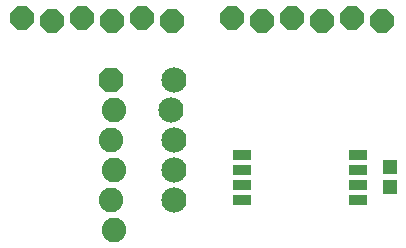
<source format=gts>
G75*
G70*
%OFA0B0*%
%FSLAX24Y24*%
%IPPOS*%
%LPD*%
%AMOC8*
5,1,8,0,0,1.08239X$1,22.5*
%
%ADD10OC8,0.0780*%
%ADD11R,0.0474X0.0513*%
%ADD12C,0.0840*%
%ADD13OC8,0.0820*%
%ADD14C,0.0820*%
%ADD15R,0.0610X0.0350*%
D10*
X003643Y009051D03*
X002643Y009151D03*
X004643Y009151D03*
X005643Y009051D03*
X006643Y009151D03*
X007643Y009051D03*
X009643Y009151D03*
X010643Y009051D03*
X011643Y009151D03*
X012643Y009051D03*
X013643Y009151D03*
X014643Y009051D03*
D11*
X014893Y004185D03*
X014893Y003516D03*
D12*
X007693Y003101D03*
X007693Y004101D03*
X007693Y005101D03*
X007593Y006101D03*
X007693Y007101D03*
D13*
X005593Y007101D03*
D14*
X005593Y003101D03*
X005693Y004101D03*
X005593Y005101D03*
X005693Y006101D03*
X005693Y002101D03*
D15*
X009958Y003101D03*
X009958Y003601D03*
X009958Y004101D03*
X009958Y004601D03*
X013828Y004601D03*
X013828Y004101D03*
X013828Y003601D03*
X013828Y003101D03*
M02*

</source>
